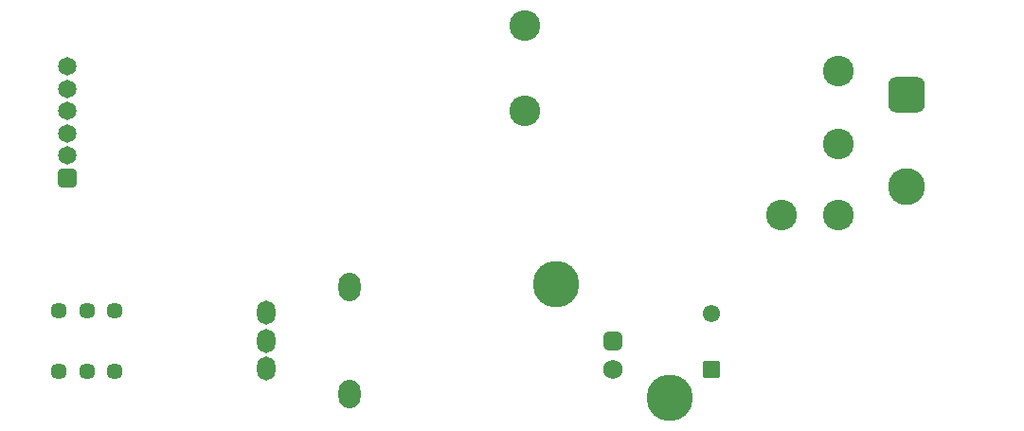
<source format=gbs>
G04*
G04 #@! TF.GenerationSoftware,Altium Limited,Altium Designer,25.6.2 (33)*
G04*
G04 Layer_Color=16711935*
%FSLAX44Y44*%
%MOMM*%
G71*
G04*
G04 #@! TF.SameCoordinates,51367FFA-E2D0-4688-BCD1-F7C66F822469*
G04*
G04*
G04 #@! TF.FilePolarity,Negative*
G04*
G01*
G75*
%ADD53C,2.7500*%
G04:AMPARAMS|DCode=54|XSize=1.55mm|YSize=1.55mm|CornerRadius=0.25mm|HoleSize=0mm|Usage=FLASHONLY|Rotation=90.000|XOffset=0mm|YOffset=0mm|HoleType=Round|Shape=RoundedRectangle|*
%AMROUNDEDRECTD54*
21,1,1.5500,1.0500,0,0,90.0*
21,1,1.0500,1.5500,0,0,90.0*
1,1,0.5000,0.5250,0.5250*
1,1,0.5000,0.5250,-0.5250*
1,1,0.5000,-0.5250,-0.5250*
1,1,0.5000,-0.5250,0.5250*
%
%ADD54ROUNDEDRECTD54*%
%ADD55C,1.5500*%
G04:AMPARAMS|DCode=56|XSize=3.3016mm|YSize=3.3016mm|CornerRadius=0.8508mm|HoleSize=0mm|Usage=FLASHONLY|Rotation=270.000|XOffset=0mm|YOffset=0mm|HoleType=Round|Shape=RoundedRectangle|*
%AMROUNDEDRECTD56*
21,1,3.3016,1.6000,0,0,270.0*
21,1,1.6000,3.3016,0,0,270.0*
1,1,1.7016,-0.8000,-0.8000*
1,1,1.7016,-0.8000,0.8000*
1,1,1.7016,0.8000,0.8000*
1,1,1.7016,0.8000,-0.8000*
%
%ADD56ROUNDEDRECTD56*%
%ADD57O,1.9500X2.5500*%
%ADD58O,1.6500X2.1500*%
%ADD59C,3.3016*%
%ADD60C,0.1500*%
%ADD61C,1.4500*%
G04:AMPARAMS|DCode=62|XSize=1.7016mm|YSize=1.7016mm|CornerRadius=0.4508mm|HoleSize=0mm|Usage=FLASHONLY|Rotation=90.000|XOffset=0mm|YOffset=0mm|HoleType=Round|Shape=RoundedRectangle|*
%AMROUNDEDRECTD62*
21,1,1.7016,0.8000,0,0,90.0*
21,1,0.8000,1.7016,0,0,90.0*
1,1,0.9016,0.4000,0.4000*
1,1,0.9016,0.4000,-0.4000*
1,1,0.9016,-0.4000,-0.4000*
1,1,0.9016,-0.4000,0.4000*
%
%ADD62ROUNDEDRECTD62*%
%ADD63C,4.1500*%
%ADD64C,1.7500*%
G04:AMPARAMS|DCode=65|XSize=1.65mm|YSize=1.65mm|CornerRadius=0.2625mm|HoleSize=0mm|Usage=FLASHONLY|Rotation=180.000|XOffset=0mm|YOffset=0mm|HoleType=Round|Shape=RoundedRectangle|*
%AMROUNDEDRECTD65*
21,1,1.6500,1.1250,0,0,180.0*
21,1,1.1250,1.6500,0,0,180.0*
1,1,0.5250,-0.5625,0.5625*
1,1,0.5250,0.5625,0.5625*
1,1,0.5250,0.5625,-0.5625*
1,1,0.5250,-0.5625,-0.5625*
%
%ADD65ROUNDEDRECTD65*%
%ADD66C,1.6500*%
D53*
X700680Y192520D02*
D03*
X751480Y321020D02*
D03*
Y256020D02*
D03*
X471480Y362020D02*
D03*
Y285820D02*
D03*
X751480Y192020D02*
D03*
D54*
X638000Y54250D02*
D03*
D55*
Y104250D02*
D03*
D56*
X812750Y300250D02*
D03*
D57*
X315000Y128000D02*
D03*
Y32001D02*
D03*
D58*
X240000Y105000D02*
D03*
Y55001D02*
D03*
Y80000D02*
D03*
D59*
X812750Y217649D02*
D03*
D60*
X895000Y375000D02*
D03*
X110000Y80000D02*
D03*
X25000Y25000D02*
D03*
Y375000D02*
D03*
D61*
X55000Y53000D02*
D03*
X80000D02*
D03*
X105000D02*
D03*
X80000Y107000D02*
D03*
X105000D02*
D03*
X55000D02*
D03*
D62*
X550000Y80000D02*
D03*
D63*
X499200Y130800D02*
D03*
X600800Y29200D02*
D03*
D64*
X550000Y54600D02*
D03*
D65*
X62500Y225250D02*
D03*
D66*
Y285250D02*
D03*
Y245250D02*
D03*
Y305250D02*
D03*
Y265250D02*
D03*
Y325250D02*
D03*
M02*

</source>
